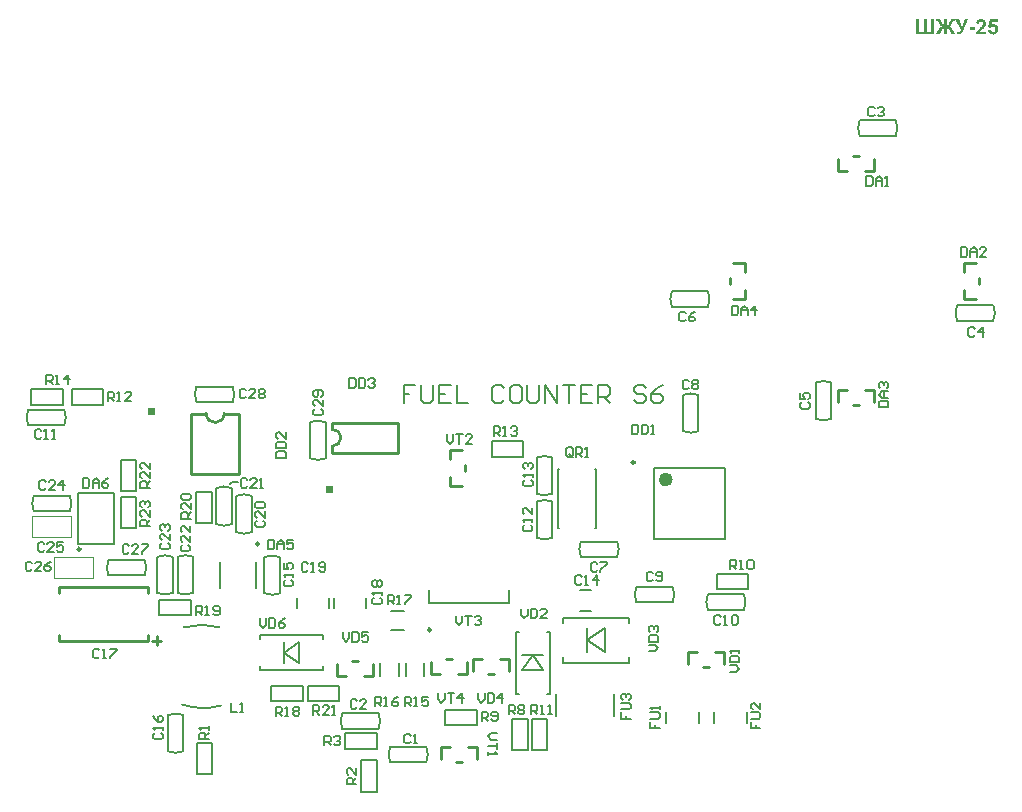
<source format=gto>
G04 Layer_Color=65535*
%FSLAX24Y24*%
%MOIN*%
G70*
G01*
G75*
%ADD10C,0.0079*%
%ADD41C,0.0098*%
%ADD58C,0.0070*%
%ADD59C,0.0071*%
%ADD60C,0.0236*%
%ADD61C,0.0100*%
%ADD62C,0.0050*%
%ADD63C,0.0067*%
%ADD64C,0.0039*%
G36*
X44214Y36142D02*
X43612D01*
Y36646D01*
X43714D01*
Y36227D01*
X43859D01*
Y36646D01*
X43961D01*
Y36227D01*
X44112D01*
Y36646D01*
X44213D01*
X44214Y36142D01*
D02*
G37*
G36*
X45573Y36277D02*
X45383D01*
Y36374D01*
X45573D01*
Y36277D01*
D02*
G37*
G36*
X45787Y36648D02*
X45793Y36648D01*
X45801Y36647D01*
X45809Y36645D01*
X45817Y36644D01*
X45836Y36639D01*
X45855Y36632D01*
X45866Y36627D01*
X45874Y36622D01*
X45884Y36616D01*
X45892Y36608D01*
X45893Y36608D01*
X45894Y36607D01*
X45895Y36604D01*
X45898Y36601D01*
X45902Y36597D01*
X45906Y36592D01*
X45909Y36587D01*
X45914Y36581D01*
X45921Y36566D01*
X45928Y36549D01*
X45931Y36540D01*
X45933Y36530D01*
X45934Y36519D01*
X45935Y36508D01*
Y36506D01*
Y36502D01*
X45934Y36495D01*
X45933Y36487D01*
X45932Y36477D01*
X45930Y36466D01*
X45927Y36454D01*
X45922Y36443D01*
X45922Y36441D01*
X45920Y36438D01*
X45917Y36431D01*
X45913Y36423D01*
X45908Y36414D01*
X45901Y36403D01*
X45893Y36391D01*
X45884Y36379D01*
X45883Y36378D01*
X45880Y36374D01*
X45876Y36369D01*
X45869Y36362D01*
X45860Y36353D01*
X45850Y36341D01*
X45836Y36329D01*
X45820Y36314D01*
X45820Y36313D01*
X45818Y36312D01*
X45816Y36310D01*
X45813Y36307D01*
X45805Y36300D01*
X45796Y36291D01*
X45786Y36282D01*
X45777Y36272D01*
X45768Y36264D01*
X45765Y36261D01*
X45762Y36258D01*
X45761Y36257D01*
X45760Y36255D01*
X45758Y36253D01*
X45755Y36249D01*
X45748Y36241D01*
X45742Y36231D01*
X45935D01*
Y36142D01*
X45596D01*
Y36142D01*
Y36144D01*
X45597Y36147D01*
X45597Y36150D01*
X45598Y36155D01*
X45599Y36160D01*
X45602Y36173D01*
X45606Y36188D01*
X45612Y36204D01*
X45619Y36221D01*
X45629Y36238D01*
Y36239D01*
X45630Y36240D01*
X45632Y36243D01*
X45634Y36246D01*
X45637Y36251D01*
X45642Y36256D01*
X45647Y36263D01*
X45653Y36270D01*
X45659Y36279D01*
X45667Y36288D01*
X45676Y36298D01*
X45686Y36309D01*
X45697Y36320D01*
X45710Y36332D01*
X45723Y36345D01*
X45737Y36359D01*
X45738Y36360D01*
X45740Y36362D01*
X45743Y36365D01*
X45747Y36369D01*
X45753Y36374D01*
X45759Y36379D01*
X45772Y36393D01*
X45785Y36406D01*
X45798Y36420D01*
X45804Y36426D01*
X45810Y36433D01*
X45815Y36438D01*
X45817Y36442D01*
X45818Y36444D01*
X45820Y36447D01*
X45824Y36453D01*
X45828Y36461D01*
X45831Y36470D01*
X45835Y36480D01*
X45837Y36490D01*
X45838Y36501D01*
Y36502D01*
Y36503D01*
Y36506D01*
X45837Y36513D01*
X45836Y36520D01*
X45833Y36528D01*
X45831Y36536D01*
X45826Y36544D01*
X45820Y36551D01*
X45820Y36552D01*
X45817Y36554D01*
X45813Y36557D01*
X45808Y36560D01*
X45801Y36563D01*
X45793Y36566D01*
X45783Y36568D01*
X45772Y36569D01*
X45767D01*
X45761Y36568D01*
X45755Y36567D01*
X45747Y36565D01*
X45739Y36561D01*
X45731Y36557D01*
X45723Y36551D01*
X45723Y36550D01*
X45720Y36547D01*
X45718Y36543D01*
X45715Y36536D01*
X45711Y36528D01*
X45708Y36517D01*
X45705Y36505D01*
X45704Y36490D01*
X45607Y36500D01*
Y36500D01*
X45608Y36503D01*
Y36507D01*
X45610Y36513D01*
X45610Y36519D01*
X45613Y36527D01*
X45615Y36535D01*
X45617Y36544D01*
X45624Y36562D01*
X45633Y36581D01*
X45639Y36591D01*
X45645Y36600D01*
X45653Y36607D01*
X45661Y36614D01*
X45661Y36615D01*
X45663Y36616D01*
X45665Y36617D01*
X45669Y36620D01*
X45673Y36622D01*
X45679Y36625D01*
X45685Y36629D01*
X45692Y36632D01*
X45700Y36635D01*
X45709Y36638D01*
X45728Y36644D01*
X45750Y36648D01*
X45762Y36648D01*
X45774Y36649D01*
X45782D01*
X45787Y36648D01*
D02*
G37*
G36*
X46319Y36549D02*
X46136D01*
X46121Y36463D01*
X46121D01*
X46122Y36464D01*
X46127Y36466D01*
X46133Y36468D01*
X46141Y36472D01*
X46151Y36475D01*
X46162Y36477D01*
X46175Y36479D01*
X46187Y36480D01*
X46194D01*
X46198Y36479D01*
X46203Y36479D01*
X46210Y36478D01*
X46217Y36476D01*
X46225Y36474D01*
X46242Y36468D01*
X46251Y36465D01*
X46260Y36460D01*
X46269Y36454D01*
X46279Y36448D01*
X46288Y36441D01*
X46296Y36433D01*
X46297Y36432D01*
X46299Y36430D01*
X46301Y36428D01*
X46304Y36424D01*
X46307Y36419D01*
X46311Y36414D01*
X46315Y36407D01*
X46319Y36400D01*
X46323Y36392D01*
X46327Y36382D01*
X46331Y36372D01*
X46334Y36362D01*
X46337Y36350D01*
X46339Y36338D01*
X46341Y36325D01*
X46342Y36311D01*
Y36310D01*
Y36308D01*
Y36305D01*
X46341Y36301D01*
Y36295D01*
X46339Y36288D01*
X46339Y36281D01*
X46337Y36274D01*
X46333Y36256D01*
X46326Y36237D01*
X46322Y36227D01*
X46318Y36218D01*
X46312Y36208D01*
X46305Y36199D01*
X46304Y36198D01*
X46303Y36196D01*
X46300Y36193D01*
X46296Y36188D01*
X46291Y36183D01*
X46285Y36177D01*
X46277Y36172D01*
X46269Y36166D01*
X46260Y36159D01*
X46250Y36153D01*
X46239Y36148D01*
X46226Y36142D01*
X46213Y36138D01*
X46199Y36135D01*
X46184Y36133D01*
X46168Y36132D01*
X46162D01*
X46156Y36133D01*
X46151Y36134D01*
X46143Y36134D01*
X46136Y36135D01*
X46127Y36137D01*
X46110Y36141D01*
X46090Y36148D01*
X46081Y36152D01*
X46071Y36157D01*
X46062Y36163D01*
X46054Y36169D01*
X46053Y36170D01*
X46051Y36171D01*
X46049Y36173D01*
X46046Y36176D01*
X46043Y36180D01*
X46039Y36185D01*
X46035Y36190D01*
X46031Y36196D01*
X46026Y36203D01*
X46022Y36210D01*
X46014Y36228D01*
X46006Y36247D01*
X46004Y36258D01*
X46002Y36270D01*
X46098Y36280D01*
Y36279D01*
X46099Y36275D01*
X46100Y36269D01*
X46102Y36261D01*
X46105Y36253D01*
X46110Y36245D01*
X46116Y36237D01*
X46122Y36228D01*
X46123Y36228D01*
X46126Y36226D01*
X46130Y36223D01*
X46136Y36219D01*
X46143Y36215D01*
X46151Y36212D01*
X46160Y36210D01*
X46170Y36210D01*
X46171D01*
X46175Y36210D01*
X46180Y36211D01*
X46188Y36212D01*
X46196Y36215D01*
X46205Y36220D01*
X46213Y36226D01*
X46221Y36234D01*
X46222Y36236D01*
X46225Y36239D01*
X46228Y36245D01*
X46232Y36253D01*
X46236Y36263D01*
X46240Y36276D01*
X46242Y36291D01*
X46242Y36309D01*
Y36309D01*
Y36311D01*
Y36313D01*
Y36317D01*
X46242Y36325D01*
X46240Y36335D01*
X46237Y36347D01*
X46234Y36358D01*
X46229Y36369D01*
X46221Y36379D01*
X46221Y36379D01*
X46218Y36382D01*
X46213Y36386D01*
X46207Y36391D01*
X46199Y36395D01*
X46189Y36399D01*
X46178Y36402D01*
X46167Y36403D01*
X46162D01*
X46159Y36402D01*
X46152Y36401D01*
X46142Y36398D01*
X46130Y36394D01*
X46118Y36387D01*
X46111Y36383D01*
X46105Y36378D01*
X46098Y36372D01*
X46092Y36366D01*
X46014Y36376D01*
X46063Y36640D01*
X46319D01*
Y36549D01*
D02*
G37*
G36*
X24179Y20844D02*
X23929D01*
Y21094D01*
X24179D01*
Y20844D01*
D02*
G37*
G36*
X18240Y23449D02*
X17990D01*
Y23699D01*
X18240D01*
Y23449D01*
D02*
G37*
G36*
X45173Y36262D02*
Y36261D01*
X45172Y36259D01*
X45170Y36256D01*
X45168Y36252D01*
X45166Y36247D01*
X45163Y36241D01*
X45156Y36227D01*
X45147Y36212D01*
X45137Y36196D01*
X45126Y36181D01*
X45115Y36167D01*
X45114Y36166D01*
X45110Y36162D01*
X45104Y36157D01*
X45096Y36151D01*
X45085Y36145D01*
X45072Y36140D01*
X45058Y36137D01*
X45050Y36136D01*
X45041Y36135D01*
X45034D01*
X45026Y36136D01*
X45016D01*
X45004Y36137D01*
X44992Y36138D01*
X44981Y36140D01*
X44971Y36142D01*
Y36216D01*
X44984D01*
X44990Y36215D01*
X45016D01*
X45022Y36216D01*
X45029Y36217D01*
X45037Y36218D01*
X45046Y36220D01*
X45053Y36223D01*
X45060Y36228D01*
X45061Y36228D01*
X45063Y36231D01*
X45066Y36234D01*
X45069Y36239D01*
X45074Y36247D01*
X45079Y36257D01*
X45085Y36269D01*
X45090Y36284D01*
X44905Y36646D01*
X45018D01*
X45137Y36384D01*
X45237Y36646D01*
X45344D01*
X45173Y36262D01*
D02*
G37*
G36*
X44892Y36575D02*
X44871D01*
X44866Y36574D01*
X44860D01*
X44844Y36571D01*
X44837Y36570D01*
X44831Y36567D01*
X44830D01*
X44829Y36565D01*
X44826Y36564D01*
X44822Y36561D01*
X44819Y36558D01*
X44815Y36554D01*
X44811Y36549D01*
X44807Y36543D01*
X44806Y36543D01*
X44806Y36541D01*
X44803Y36535D01*
X44800Y36530D01*
X44797Y36520D01*
X44792Y36509D01*
X44790Y36503D01*
X44787Y36495D01*
X44784Y36487D01*
X44781Y36478D01*
X44780Y36476D01*
X44779Y36473D01*
X44777Y36468D01*
X44775Y36462D01*
X44772Y36456D01*
X44769Y36449D01*
X44765Y36441D01*
X44761Y36434D01*
X44760Y36433D01*
X44759Y36431D01*
X44756Y36428D01*
X44752Y36423D01*
X44747Y36418D01*
X44740Y36413D01*
X44732Y36407D01*
X44722Y36401D01*
X44723D01*
X44724Y36401D01*
X44728Y36399D01*
X44734Y36396D01*
X44742Y36393D01*
X44751Y36387D01*
X44760Y36380D01*
X44770Y36372D01*
X44779Y36362D01*
X44779Y36360D01*
X44782Y36357D01*
X44787Y36350D01*
X44793Y36341D01*
X44800Y36329D01*
X44808Y36314D01*
X44818Y36298D01*
X44827Y36280D01*
X44897Y36142D01*
X44776D01*
X44716Y36271D01*
Y36272D01*
X44714Y36274D01*
X44713Y36277D01*
X44710Y36282D01*
X44709Y36284D01*
X44709Y36285D01*
X44707Y36288D01*
X44706Y36290D01*
X44704Y36294D01*
X44701Y36299D01*
X44698Y36306D01*
Y36306D01*
X44697Y36307D01*
X44695Y36312D01*
X44691Y36318D01*
X44686Y36325D01*
X44681Y36333D01*
X44676Y36341D01*
X44671Y36347D01*
X44666Y36352D01*
X44665Y36353D01*
X44663Y36354D01*
X44661Y36355D01*
X44658Y36358D01*
X44653Y36360D01*
X44648Y36361D01*
X44642Y36362D01*
X44636Y36363D01*
Y36142D01*
X44537D01*
Y36363D01*
X44534D01*
X44530Y36362D01*
X44526Y36361D01*
X44515Y36358D01*
X44510Y36356D01*
X44505Y36352D01*
X44504Y36352D01*
X44503Y36350D01*
X44500Y36347D01*
X44496Y36343D01*
X44492Y36337D01*
X44487Y36329D01*
X44480Y36319D01*
X44474Y36306D01*
X44473Y36306D01*
X44472Y36303D01*
X44470Y36300D01*
X44469Y36296D01*
X44467Y36291D01*
X44464Y36288D01*
X44463Y36285D01*
X44461Y36282D01*
X44461Y36282D01*
X44460Y36280D01*
X44458Y36276D01*
X44456Y36271D01*
X44395Y36142D01*
X44276D01*
X44344Y36280D01*
Y36280D01*
X44346Y36282D01*
X44346Y36285D01*
X44349Y36288D01*
X44351Y36293D01*
X44354Y36297D01*
X44359Y36309D01*
X44367Y36322D01*
X44375Y36335D01*
X44383Y36348D01*
X44392Y36360D01*
X44393Y36362D01*
X44397Y36366D01*
X44401Y36371D01*
X44408Y36377D01*
X44416Y36384D01*
X44426Y36390D01*
X44437Y36397D01*
X44449Y36401D01*
X44448Y36402D01*
X44445Y36404D01*
X44440Y36407D01*
X44435Y36411D01*
X44428Y36416D01*
X44421Y36422D01*
X44416Y36428D01*
X44411Y36434D01*
X44410Y36435D01*
X44409Y36437D01*
X44408Y36441D01*
X44405Y36446D01*
X44402Y36452D01*
X44398Y36460D01*
X44394Y36468D01*
X44391Y36478D01*
Y36479D01*
X44390Y36480D01*
X44389Y36482D01*
X44388Y36486D01*
X44385Y36494D01*
X44381Y36504D01*
X44377Y36515D01*
X44373Y36526D01*
X44368Y36535D01*
X44366Y36539D01*
X44365Y36543D01*
X44364Y36543D01*
X44363Y36546D01*
X44361Y36549D01*
X44359Y36551D01*
X44351Y36559D01*
X44346Y36563D01*
X44341Y36567D01*
X44340Y36567D01*
X44338Y36568D01*
X44335Y36570D01*
X44330Y36571D01*
X44323Y36573D01*
X44315Y36573D01*
X44305Y36575D01*
X44281D01*
Y36650D01*
X44287D01*
X44292Y36649D01*
X44307D01*
X44314Y36648D01*
X44320Y36648D01*
X44336Y36646D01*
X44354Y36644D01*
X44370Y36640D01*
X44386Y36635D01*
X44394Y36631D01*
X44400Y36627D01*
X44401D01*
X44402Y36627D01*
X44405Y36623D01*
X44408Y36620D01*
X44412Y36616D01*
X44416Y36612D01*
X44420Y36607D01*
X44424Y36600D01*
X44429Y36593D01*
X44434Y36585D01*
X44440Y36576D01*
X44445Y36565D01*
X44451Y36554D01*
X44456Y36541D01*
X44461Y36527D01*
Y36527D01*
X44462Y36524D01*
X44464Y36522D01*
X44465Y36518D01*
X44467Y36513D01*
X44470Y36507D01*
X44475Y36495D01*
X44480Y36481D01*
X44487Y36468D01*
X44490Y36462D01*
X44493Y36457D01*
X44496Y36453D01*
X44498Y36449D01*
X44499Y36449D01*
X44500Y36446D01*
X44504Y36444D01*
X44507Y36441D01*
X44513Y36438D01*
X44520Y36435D01*
X44528Y36433D01*
X44537Y36431D01*
Y36646D01*
X44636D01*
Y36431D01*
X44637D01*
X44640Y36432D01*
X44644Y36433D01*
X44650Y36434D01*
X44656Y36436D01*
X44662Y36439D01*
X44669Y36444D01*
X44674Y36449D01*
X44674Y36450D01*
X44676Y36453D01*
X44679Y36458D01*
X44683Y36465D01*
X44685Y36471D01*
X44688Y36476D01*
X44691Y36482D01*
X44695Y36489D01*
X44698Y36497D01*
X44702Y36507D01*
X44706Y36516D01*
X44710Y36527D01*
X44711Y36528D01*
X44712Y36531D01*
X44713Y36535D01*
X44715Y36540D01*
X44718Y36546D01*
X44722Y36554D01*
X44729Y36570D01*
X44739Y36586D01*
X44749Y36603D01*
X44755Y36610D01*
X44760Y36617D01*
X44766Y36624D01*
X44772Y36628D01*
X44773D01*
X44774Y36629D01*
X44776Y36630D01*
X44778Y36632D01*
X44782Y36633D01*
X44786Y36635D01*
X44791Y36637D01*
X44797Y36639D01*
X44803Y36640D01*
X44811Y36643D01*
X44820Y36644D01*
X44830Y36646D01*
X44840Y36647D01*
X44851Y36648D01*
X44863Y36649D01*
X44884D01*
X44888Y36650D01*
X44892D01*
Y36575D01*
D02*
G37*
D10*
X31673Y19695D02*
X31713D01*
X31673D02*
Y21663D01*
X31713D01*
X32894Y19695D02*
X32933D01*
Y21663D01*
X32894D02*
X32933D01*
X31289Y14144D02*
X31398D01*
X30256D02*
X30364D01*
X31289Y16230D02*
X31398D01*
X30256D02*
X30364D01*
X31398Y14144D02*
Y16230D01*
X30256Y14144D02*
Y16230D01*
X31614Y13425D02*
Y14134D01*
X33543Y13425D02*
Y14134D01*
X27382Y17185D02*
X30020D01*
X27382D02*
Y17618D01*
X30020Y17185D02*
Y17618D01*
X27215Y14734D02*
Y15167D01*
X26585Y14734D02*
Y15167D01*
X31821Y16693D02*
X34026D01*
X31821Y15197D02*
X34026D01*
Y16506D02*
Y16693D01*
Y15197D02*
Y15384D01*
X31821Y16506D02*
Y16693D01*
Y15197D02*
Y15384D01*
X26358Y14734D02*
Y15167D01*
X25728Y14734D02*
Y15167D01*
X26093Y16919D02*
X26526D01*
X26093Y16289D02*
X26526D01*
X21594Y17677D02*
Y18543D01*
X20413Y17677D02*
Y18543D01*
X23819Y15994D02*
Y16102D01*
Y14961D02*
Y15069D01*
X21732Y15994D02*
Y16102D01*
Y14961D02*
Y15069D01*
Y16102D02*
X23819D01*
X21732Y14961D02*
X23819D01*
X34862Y19331D02*
Y21693D01*
X37224Y19331D02*
Y21693D01*
X34862Y19331D02*
X37224D01*
X34862Y21693D02*
X37224D01*
X36358Y13199D02*
Y13553D01*
X35256Y13199D02*
Y13553D01*
X37953Y13199D02*
Y13553D01*
X36850Y13199D02*
Y13553D01*
X20797Y21211D02*
X21004D01*
X20738Y21152D02*
X20797Y21211D01*
X30020Y13474D02*
Y13789D01*
X30177D01*
X30230Y13737D01*
Y13632D01*
X30177Y13579D01*
X30020D01*
X30125D02*
X30230Y13474D01*
X30335Y13737D02*
X30387Y13789D01*
X30492D01*
X30544Y13737D01*
Y13684D01*
X30492Y13632D01*
X30544Y13579D01*
Y13527D01*
X30492Y13474D01*
X30387D01*
X30335Y13527D01*
Y13579D01*
X30387Y13632D01*
X30335Y13684D01*
Y13737D01*
X30387Y13632D02*
X30492D01*
X30768Y13474D02*
Y13789D01*
X30925D01*
X30978Y13737D01*
Y13632D01*
X30925Y13579D01*
X30768D01*
X30873D02*
X30978Y13474D01*
X31083D02*
X31188D01*
X31135D01*
Y13789D01*
X31083Y13737D01*
X31345Y13474D02*
X31450D01*
X31397D01*
Y13789D01*
X31345Y13737D01*
X32149Y22110D02*
Y22319D01*
X32096Y22372D01*
X31991D01*
X31939Y22319D01*
Y22110D01*
X31991Y22057D01*
X32096D01*
X32044Y22162D02*
X32149Y22057D01*
X32096D02*
X32149Y22110D01*
X32254Y22057D02*
Y22372D01*
X32411D01*
X32464Y22319D01*
Y22215D01*
X32411Y22162D01*
X32254D01*
X32359D02*
X32464Y22057D01*
X32569D02*
X32674D01*
X32621D01*
Y22372D01*
X32569Y22319D01*
X30555Y21283D02*
X30502Y21230D01*
Y21125D01*
X30555Y21073D01*
X30764D01*
X30817Y21125D01*
Y21230D01*
X30764Y21283D01*
X30817Y21388D02*
Y21493D01*
Y21440D01*
X30502D01*
X30555Y21388D01*
Y21650D02*
X30502Y21703D01*
Y21808D01*
X30555Y21860D01*
X30607D01*
X30659Y21808D01*
Y21755D01*
Y21808D01*
X30712Y21860D01*
X30764D01*
X30817Y21808D01*
Y21703D01*
X30764Y21650D01*
X30544Y19777D02*
X30491Y19724D01*
Y19619D01*
X30544Y19567D01*
X30754D01*
X30806Y19619D01*
Y19724D01*
X30754Y19777D01*
X30806Y19882D02*
Y19987D01*
Y19934D01*
X30491D01*
X30544Y19882D01*
X30806Y20354D02*
Y20144D01*
X30596Y20354D01*
X30544D01*
X30491Y20302D01*
Y20197D01*
X30544Y20144D01*
X27677Y14178D02*
Y13968D01*
X27782Y13863D01*
X27887Y13968D01*
Y14178D01*
X27992D02*
X28202D01*
X28097D01*
Y13863D01*
X28464D02*
Y14178D01*
X28307Y14020D01*
X28517D01*
X28258Y16762D02*
Y16552D01*
X28363Y16447D01*
X28468Y16552D01*
Y16762D01*
X28573D02*
X28783D01*
X28678D01*
Y16447D01*
X28888Y16709D02*
X28940Y16762D01*
X29045D01*
X29097Y16709D01*
Y16657D01*
X29045Y16604D01*
X28993D01*
X29045D01*
X29097Y16552D01*
Y16499D01*
X29045Y16447D01*
X28940D01*
X28888Y16499D01*
X27963Y22805D02*
Y22595D01*
X28068Y22490D01*
X28173Y22595D01*
Y22805D01*
X28277D02*
X28487D01*
X28382D01*
Y22490D01*
X28802D02*
X28592D01*
X28802Y22700D01*
Y22753D01*
X28750Y22805D01*
X28645D01*
X28592Y22753D01*
X29632Y12838D02*
X29422D01*
X29317Y12733D01*
X29422Y12628D01*
X29632D01*
Y12523D02*
Y12313D01*
Y12418D01*
X29317D01*
Y12208D02*
Y12103D01*
Y12156D01*
X29632D01*
X29580Y12208D01*
X21722Y16673D02*
Y16463D01*
X21827Y16358D01*
X21932Y16463D01*
Y16673D01*
X22037D02*
Y16358D01*
X22195D01*
X22247Y16411D01*
Y16621D01*
X22195Y16673D01*
X22037D01*
X22562D02*
X22457Y16621D01*
X22352Y16516D01*
Y16411D01*
X22405Y16358D01*
X22510D01*
X22562Y16411D01*
Y16463D01*
X22510Y16516D01*
X22352D01*
X24498Y16211D02*
Y16001D01*
X24603Y15896D01*
X24708Y16001D01*
Y16211D01*
X24813D02*
Y15896D01*
X24970D01*
X25023Y15948D01*
Y16158D01*
X24970Y16211D01*
X24813D01*
X25338D02*
X25128D01*
Y16053D01*
X25233Y16106D01*
X25285D01*
X25338Y16053D01*
Y15948D01*
X25285Y15896D01*
X25180D01*
X25128Y15948D01*
X29006Y14178D02*
Y13968D01*
X29111Y13863D01*
X29216Y13968D01*
Y14178D01*
X29321D02*
Y13863D01*
X29478D01*
X29531Y13915D01*
Y14125D01*
X29478Y14178D01*
X29321D01*
X29793Y13863D02*
Y14178D01*
X29636Y14020D01*
X29846D01*
X34695Y15581D02*
X34905D01*
X35010Y15686D01*
X34905Y15791D01*
X34695D01*
Y15896D02*
X35010D01*
Y16053D01*
X34957Y16105D01*
X34747D01*
X34695Y16053D01*
Y15896D01*
X34747Y16210D02*
X34695Y16263D01*
Y16368D01*
X34747Y16420D01*
X34800D01*
X34852Y16368D01*
Y16315D01*
Y16368D01*
X34905Y16420D01*
X34957D01*
X35010Y16368D01*
Y16263D01*
X34957Y16210D01*
X30443Y16998D02*
Y16788D01*
X30548Y16683D01*
X30653Y16788D01*
Y16998D01*
X30758D02*
Y16683D01*
X30915D01*
X30968Y16736D01*
Y16945D01*
X30915Y16998D01*
X30758D01*
X31283Y16683D02*
X31073D01*
X31283Y16893D01*
Y16945D01*
X31230Y16998D01*
X31125D01*
X31073Y16945D01*
X37392Y14892D02*
X37602D01*
X37707Y14997D01*
X37602Y15102D01*
X37392D01*
Y15207D02*
X37707D01*
Y15364D01*
X37654Y15417D01*
X37444D01*
X37392Y15364D01*
Y15207D01*
X37707Y15521D02*
Y15626D01*
Y15574D01*
X37392D01*
X37444Y15521D01*
X18061Y19744D02*
X17746D01*
Y19902D01*
X17799Y19954D01*
X17904D01*
X17956Y19902D01*
Y19744D01*
Y19849D02*
X18061Y19954D01*
Y20269D02*
Y20059D01*
X17851Y20269D01*
X17799D01*
X17746Y20216D01*
Y20111D01*
X17799Y20059D01*
Y20374D02*
X17746Y20426D01*
Y20531D01*
X17799Y20584D01*
X17851D01*
X17904Y20531D01*
Y20479D01*
Y20531D01*
X17956Y20584D01*
X18009D01*
X18061Y20531D01*
Y20426D01*
X18009Y20374D01*
X18061Y21024D02*
X17746D01*
Y21181D01*
X17799Y21234D01*
X17904D01*
X17956Y21181D01*
Y21024D01*
Y21129D02*
X18061Y21234D01*
Y21548D02*
Y21338D01*
X17851Y21548D01*
X17799D01*
X17746Y21496D01*
Y21391D01*
X17799Y21338D01*
X18061Y21863D02*
Y21653D01*
X17851Y21863D01*
X17799D01*
X17746Y21811D01*
Y21706D01*
X17799Y21653D01*
X23504Y13465D02*
Y13779D01*
X23661D01*
X23714Y13727D01*
Y13622D01*
X23661Y13570D01*
X23504D01*
X23609D02*
X23714Y13465D01*
X24029D02*
X23819D01*
X24029Y13674D01*
Y13727D01*
X23976Y13779D01*
X23871D01*
X23819Y13727D01*
X24134Y13465D02*
X24239D01*
X24186D01*
Y13779D01*
X24134Y13727D01*
X19429Y19990D02*
X19114D01*
Y20148D01*
X19167Y20200D01*
X19272D01*
X19324Y20148D01*
Y19990D01*
Y20095D02*
X19429Y20200D01*
Y20515D02*
Y20305D01*
X19219Y20515D01*
X19167D01*
X19114Y20462D01*
Y20357D01*
X19167Y20305D01*
Y20620D02*
X19114Y20672D01*
Y20777D01*
X19167Y20830D01*
X19377D01*
X19429Y20777D01*
Y20672D01*
X19377Y20620D01*
X19167D01*
X19596Y16772D02*
Y17087D01*
X19754D01*
X19806Y17034D01*
Y16929D01*
X19754Y16877D01*
X19596D01*
X19701D02*
X19806Y16772D01*
X19911D02*
X20016D01*
X19964D01*
Y17087D01*
X19911Y17034D01*
X20174Y16824D02*
X20226Y16772D01*
X20331D01*
X20384Y16824D01*
Y17034D01*
X20331Y17087D01*
X20226D01*
X20174Y17034D01*
Y16982D01*
X20226Y16929D01*
X20384D01*
X22254Y13415D02*
Y13730D01*
X22411D01*
X22464Y13678D01*
Y13573D01*
X22411Y13520D01*
X22254D01*
X22359D02*
X22464Y13415D01*
X22569D02*
X22674D01*
X22621D01*
Y13730D01*
X22569Y13678D01*
X22831D02*
X22884Y13730D01*
X22989D01*
X23041Y13678D01*
Y13625D01*
X22989Y13573D01*
X23041Y13520D01*
Y13468D01*
X22989Y13415D01*
X22884D01*
X22831Y13468D01*
Y13520D01*
X22884Y13573D01*
X22831Y13625D01*
Y13678D01*
X22884Y13573D02*
X22989D01*
X25994Y17136D02*
Y17451D01*
X26152D01*
X26204Y17398D01*
Y17293D01*
X26152Y17241D01*
X25994D01*
X26099D02*
X26204Y17136D01*
X26309D02*
X26414D01*
X26361D01*
Y17451D01*
X26309Y17398D01*
X26571Y17451D02*
X26781D01*
Y17398D01*
X26571Y17188D01*
Y17136D01*
X25561Y13740D02*
Y14055D01*
X25718D01*
X25771Y14003D01*
Y13898D01*
X25718Y13845D01*
X25561D01*
X25666D02*
X25771Y13740D01*
X25876D02*
X25981D01*
X25928D01*
Y14055D01*
X25876Y14003D01*
X26348Y14055D02*
X26243Y14003D01*
X26138Y13898D01*
Y13793D01*
X26191Y13740D01*
X26296D01*
X26348Y13793D01*
Y13845D01*
X26296Y13898D01*
X26138D01*
X26555Y13740D02*
Y14055D01*
X26713D01*
X26765Y14003D01*
Y13898D01*
X26713Y13845D01*
X26555D01*
X26660D02*
X26765Y13740D01*
X26870D02*
X26975D01*
X26922D01*
Y14055D01*
X26870Y14003D01*
X27342Y14055D02*
X27132D01*
Y13898D01*
X27237Y13950D01*
X27290D01*
X27342Y13898D01*
Y13793D01*
X27290Y13740D01*
X27185D01*
X27132Y13793D01*
X14606Y24478D02*
Y24793D01*
X14764D01*
X14816Y24741D01*
Y24636D01*
X14764Y24583D01*
X14606D01*
X14711D02*
X14816Y24478D01*
X14921D02*
X15026D01*
X14974D01*
Y24793D01*
X14921Y24741D01*
X15341Y24478D02*
Y24793D01*
X15184Y24636D01*
X15393D01*
X29518Y22756D02*
Y23071D01*
X29675D01*
X29728Y23018D01*
Y22913D01*
X29675Y22861D01*
X29518D01*
X29623D02*
X29728Y22756D01*
X29833D02*
X29938D01*
X29885D01*
Y23071D01*
X29833Y23018D01*
X30095D02*
X30147Y23071D01*
X30252D01*
X30305Y23018D01*
Y22966D01*
X30252Y22913D01*
X30200D01*
X30252D01*
X30305Y22861D01*
Y22808D01*
X30252Y22756D01*
X30147D01*
X30095Y22808D01*
X16654Y23907D02*
Y24222D01*
X16811D01*
X16863Y24170D01*
Y24065D01*
X16811Y24012D01*
X16654D01*
X16759D02*
X16863Y23907D01*
X16968D02*
X17073D01*
X17021D01*
Y24222D01*
X16968Y24170D01*
X17441Y23907D02*
X17231D01*
X17441Y24117D01*
Y24170D01*
X17388Y24222D01*
X17283D01*
X17231Y24170D01*
X37402Y18307D02*
Y18622D01*
X37559D01*
X37611Y18569D01*
Y18465D01*
X37559Y18412D01*
X37402D01*
X37507D02*
X37611Y18307D01*
X37716D02*
X37821D01*
X37769D01*
Y18622D01*
X37716Y18569D01*
X37979D02*
X38031Y18622D01*
X38136D01*
X38189Y18569D01*
Y18360D01*
X38136Y18307D01*
X38031D01*
X37979Y18360D01*
Y18569D01*
X29124Y13248D02*
Y13563D01*
X29281D01*
X29334Y13510D01*
Y13405D01*
X29281Y13353D01*
X29124D01*
X29229D02*
X29334Y13248D01*
X29439Y13301D02*
X29491Y13248D01*
X29596D01*
X29649Y13301D01*
Y13510D01*
X29596Y13563D01*
X29491D01*
X29439Y13510D01*
Y13458D01*
X29491Y13405D01*
X29649D01*
X23878Y12441D02*
Y12756D01*
X24035D01*
X24088Y12703D01*
Y12598D01*
X24035Y12546D01*
X23878D01*
X23983D02*
X24088Y12441D01*
X24193Y12703D02*
X24245Y12756D01*
X24350D01*
X24403Y12703D01*
Y12651D01*
X24350Y12598D01*
X24298D01*
X24350D01*
X24403Y12546D01*
Y12493D01*
X24350Y12441D01*
X24245D01*
X24193Y12493D01*
X24941Y11142D02*
X24626D01*
Y11299D01*
X24679Y11352D01*
X24784D01*
X24836Y11299D01*
Y11142D01*
Y11247D02*
X24941Y11352D01*
Y11667D02*
Y11457D01*
X24731Y11667D01*
X24679D01*
X24626Y11614D01*
Y11509D01*
X24679Y11457D01*
X20020Y12648D02*
X19705D01*
Y12805D01*
X19757Y12858D01*
X19862D01*
X19915Y12805D01*
Y12648D01*
Y12753D02*
X20020Y12858D01*
Y12962D02*
Y13067D01*
Y13015D01*
X19705D01*
X19757Y12962D01*
X20758Y13858D02*
Y13543D01*
X20968D01*
X21073D02*
X21178D01*
X21125D01*
Y13858D01*
X21073Y13806D01*
X33780Y13537D02*
Y13327D01*
X33937D01*
Y13432D01*
Y13327D01*
X34094D01*
X33780Y13642D02*
X34042D01*
X34094Y13694D01*
Y13799D01*
X34042Y13852D01*
X33780D01*
X33832Y13956D02*
X33780Y14009D01*
Y14114D01*
X33832Y14166D01*
X33885D01*
X33937Y14114D01*
Y14061D01*
Y14114D01*
X33990Y14166D01*
X34042D01*
X34094Y14114D01*
Y14009D01*
X34042Y13956D01*
X38100Y13222D02*
Y13012D01*
X38258D01*
Y13117D01*
Y13012D01*
X38415D01*
X38100Y13327D02*
X38363D01*
X38415Y13379D01*
Y13484D01*
X38363Y13537D01*
X38100D01*
X38415Y13851D02*
Y13642D01*
X38205Y13851D01*
X38153D01*
X38100Y13799D01*
Y13694D01*
X38153Y13642D01*
X34744Y13222D02*
Y13012D01*
X34902D01*
Y13117D01*
Y13012D01*
X35059D01*
X34744Y13327D02*
X35007D01*
X35059Y13379D01*
Y13484D01*
X35007Y13537D01*
X34744D01*
X35059Y13642D02*
Y13746D01*
Y13694D01*
X34744D01*
X34797Y13642D01*
X24715Y24675D02*
Y24360D01*
X24872D01*
X24924Y24413D01*
Y24623D01*
X24872Y24675D01*
X24715D01*
X25029D02*
Y24360D01*
X25187D01*
X25239Y24413D01*
Y24623D01*
X25187Y24675D01*
X25029D01*
X25344Y24623D02*
X25397Y24675D01*
X25502D01*
X25554Y24623D01*
Y24570D01*
X25502Y24518D01*
X25449D01*
X25502D01*
X25554Y24465D01*
Y24413D01*
X25502Y24360D01*
X25397D01*
X25344Y24413D01*
X22274Y22028D02*
X22589D01*
Y22185D01*
X22536Y22237D01*
X22326D01*
X22274Y22185D01*
Y22028D01*
Y22342D02*
X22589D01*
Y22500D01*
X22536Y22552D01*
X22326D01*
X22274Y22500D01*
Y22342D01*
X22589Y22867D02*
Y22657D01*
X22379Y22867D01*
X22326D01*
X22274Y22815D01*
Y22710D01*
X22326Y22657D01*
X34138Y23132D02*
Y22817D01*
X34296D01*
X34348Y22869D01*
Y23079D01*
X34296Y23132D01*
X34138D01*
X34453D02*
Y22817D01*
X34611D01*
X34663Y22869D01*
Y23079D01*
X34611Y23132D01*
X34453D01*
X34768Y22817D02*
X34873D01*
X34820D01*
Y23132D01*
X34768Y23079D01*
X15837Y21338D02*
Y21024D01*
X15994D01*
X16047Y21076D01*
Y21286D01*
X15994Y21338D01*
X15837D01*
X16151Y21024D02*
Y21234D01*
X16256Y21338D01*
X16361Y21234D01*
Y21024D01*
Y21181D01*
X16151D01*
X16676Y21338D02*
X16571Y21286D01*
X16466Y21181D01*
Y21076D01*
X16519Y21024D01*
X16624D01*
X16676Y21076D01*
Y21129D01*
X16624Y21181D01*
X16466D01*
X21998Y19291D02*
Y18976D01*
X22155D01*
X22208Y19029D01*
Y19239D01*
X22155Y19291D01*
X21998D01*
X22313Y18976D02*
Y19186D01*
X22418Y19291D01*
X22523Y19186D01*
Y18976D01*
Y19134D01*
X22313D01*
X22838Y19291D02*
X22628D01*
Y19134D01*
X22733Y19186D01*
X22785D01*
X22838Y19134D01*
Y19029D01*
X22785Y18976D01*
X22680D01*
X22628Y19029D01*
X37461Y27096D02*
Y26781D01*
X37618D01*
X37671Y26834D01*
Y27044D01*
X37618Y27096D01*
X37461D01*
X37775Y26781D02*
Y26991D01*
X37880Y27096D01*
X37985Y26991D01*
Y26781D01*
Y26939D01*
X37775D01*
X38248Y26781D02*
Y27096D01*
X38090Y26939D01*
X38300D01*
X42362Y23711D02*
X42677D01*
Y23868D01*
X42625Y23921D01*
X42415D01*
X42362Y23868D01*
Y23711D01*
X42677Y24025D02*
X42467D01*
X42362Y24130D01*
X42467Y24235D01*
X42677D01*
X42520D01*
Y24025D01*
X42415Y24340D02*
X42362Y24393D01*
Y24498D01*
X42415Y24550D01*
X42467D01*
X42520Y24498D01*
Y24445D01*
Y24498D01*
X42572Y24550D01*
X42625D01*
X42677Y24498D01*
Y24393D01*
X42625Y24340D01*
X45098Y29045D02*
Y28730D01*
X45256D01*
X45308Y28783D01*
Y28993D01*
X45256Y29045D01*
X45098D01*
X45413Y28730D02*
Y28940D01*
X45518Y29045D01*
X45623Y28940D01*
Y28730D01*
Y28888D01*
X45413D01*
X45938Y28730D02*
X45728D01*
X45938Y28940D01*
Y28993D01*
X45886Y29045D01*
X45781D01*
X45728Y28993D01*
X41939Y31407D02*
Y31093D01*
X42096D01*
X42149Y31145D01*
Y31355D01*
X42096Y31407D01*
X41939D01*
X42254Y31093D02*
Y31302D01*
X42359Y31407D01*
X42464Y31302D01*
Y31093D01*
Y31250D01*
X42254D01*
X42569Y31093D02*
X42674D01*
X42621D01*
Y31407D01*
X42569Y31355D01*
X17365Y19091D02*
X17313Y19144D01*
X17208D01*
X17156Y19091D01*
Y18881D01*
X17208Y18829D01*
X17313D01*
X17365Y18881D01*
X17680Y18829D02*
X17470D01*
X17680Y19039D01*
Y19091D01*
X17628Y19144D01*
X17523D01*
X17470Y19091D01*
X17785Y19144D02*
X17995D01*
Y19091D01*
X17785Y18881D01*
Y18829D01*
X14127Y18510D02*
X14075Y18563D01*
X13970D01*
X13917Y18510D01*
Y18301D01*
X13970Y18248D01*
X14075D01*
X14127Y18301D01*
X14442Y18248D02*
X14232D01*
X14442Y18458D01*
Y18510D01*
X14390Y18563D01*
X14285D01*
X14232Y18510D01*
X14757Y18563D02*
X14652Y18510D01*
X14547Y18405D01*
Y18301D01*
X14600Y18248D01*
X14704D01*
X14757Y18301D01*
Y18353D01*
X14704Y18405D01*
X14547D01*
X14541Y19160D02*
X14488Y19212D01*
X14383D01*
X14331Y19160D01*
Y18950D01*
X14383Y18898D01*
X14488D01*
X14541Y18950D01*
X14855Y18898D02*
X14646D01*
X14855Y19108D01*
Y19160D01*
X14803Y19212D01*
X14698D01*
X14646Y19160D01*
X15170Y19212D02*
X14960D01*
Y19055D01*
X15065Y19108D01*
X15118D01*
X15170Y19055D01*
Y18950D01*
X15118Y18898D01*
X15013D01*
X14960Y18950D01*
X14590Y21217D02*
X14537Y21270D01*
X14432D01*
X14380Y21217D01*
Y21007D01*
X14432Y20955D01*
X14537D01*
X14590Y21007D01*
X14905Y20955D02*
X14695D01*
X14905Y21165D01*
Y21217D01*
X14852Y21270D01*
X14747D01*
X14695Y21217D01*
X15167Y20955D02*
Y21270D01*
X15010Y21112D01*
X15220D01*
X18458Y19176D02*
X18406Y19124D01*
Y19019D01*
X18458Y18967D01*
X18668D01*
X18720Y19019D01*
Y19124D01*
X18668Y19176D01*
X18720Y19491D02*
Y19281D01*
X18511Y19491D01*
X18458D01*
X18406Y19439D01*
Y19334D01*
X18458Y19281D01*
Y19596D02*
X18406Y19649D01*
Y19754D01*
X18458Y19806D01*
X18511D01*
X18563Y19754D01*
Y19701D01*
Y19754D01*
X18616Y19806D01*
X18668D01*
X18720Y19754D01*
Y19649D01*
X18668Y19596D01*
X19137Y19117D02*
X19085Y19065D01*
Y18960D01*
X19137Y18907D01*
X19347D01*
X19400Y18960D01*
Y19065D01*
X19347Y19117D01*
X19400Y19432D02*
Y19222D01*
X19190Y19432D01*
X19137D01*
X19085Y19380D01*
Y19275D01*
X19137Y19222D01*
X19400Y19747D02*
Y19537D01*
X19190Y19747D01*
X19137D01*
X19085Y19695D01*
Y19590D01*
X19137Y19537D01*
X21302Y21286D02*
X21250Y21338D01*
X21145D01*
X21093Y21286D01*
Y21076D01*
X21145Y21024D01*
X21250D01*
X21302Y21076D01*
X21617Y21024D02*
X21407D01*
X21617Y21234D01*
Y21286D01*
X21565Y21338D01*
X21460D01*
X21407Y21286D01*
X21722Y21024D02*
X21827D01*
X21775D01*
Y21338D01*
X21722Y21286D01*
X21627Y19924D02*
X21575Y19872D01*
Y19767D01*
X21627Y19715D01*
X21837D01*
X21890Y19767D01*
Y19872D01*
X21837Y19924D01*
X21890Y20239D02*
Y20029D01*
X21680Y20239D01*
X21627D01*
X21575Y20187D01*
Y20082D01*
X21627Y20029D01*
Y20344D02*
X21575Y20397D01*
Y20502D01*
X21627Y20554D01*
X21837D01*
X21890Y20502D01*
Y20397D01*
X21837Y20344D01*
X21627D01*
X23330Y18481D02*
X23278Y18533D01*
X23173D01*
X23120Y18481D01*
Y18271D01*
X23173Y18218D01*
X23278D01*
X23330Y18271D01*
X23435Y18218D02*
X23540D01*
X23487D01*
Y18533D01*
X23435Y18481D01*
X23697Y18271D02*
X23750Y18218D01*
X23855D01*
X23907Y18271D01*
Y18481D01*
X23855Y18533D01*
X23750D01*
X23697Y18481D01*
Y18428D01*
X23750Y18376D01*
X23907D01*
X25535Y17356D02*
X25482Y17303D01*
Y17198D01*
X25535Y17146D01*
X25745D01*
X25797Y17198D01*
Y17303D01*
X25745Y17356D01*
X25797Y17461D02*
Y17565D01*
Y17513D01*
X25482D01*
X25535Y17461D01*
Y17723D02*
X25482Y17775D01*
Y17880D01*
X25535Y17933D01*
X25587D01*
X25640Y17880D01*
X25692Y17933D01*
X25745D01*
X25797Y17880D01*
Y17775D01*
X25745Y17723D01*
X25692D01*
X25640Y17775D01*
X25587Y17723D01*
X25535D01*
X25640Y17775D02*
Y17880D01*
X16381Y15607D02*
X16329Y15659D01*
X16224D01*
X16171Y15607D01*
Y15397D01*
X16224Y15344D01*
X16329D01*
X16381Y15397D01*
X16486Y15344D02*
X16591D01*
X16539D01*
Y15659D01*
X16486Y15607D01*
X16748Y15659D02*
X16958D01*
Y15607D01*
X16748Y15397D01*
Y15344D01*
X18222Y12848D02*
X18169Y12795D01*
Y12690D01*
X18222Y12638D01*
X18432D01*
X18484Y12690D01*
Y12795D01*
X18432Y12848D01*
X18484Y12953D02*
Y13058D01*
Y13005D01*
X18169D01*
X18222Y12953D01*
X18169Y13425D02*
X18222Y13320D01*
X18327Y13215D01*
X18432D01*
X18484Y13268D01*
Y13372D01*
X18432Y13425D01*
X18379D01*
X18327Y13372D01*
Y13215D01*
X22572Y17946D02*
X22520Y17894D01*
Y17789D01*
X22572Y17736D01*
X22782D01*
X22835Y17789D01*
Y17894D01*
X22782Y17946D01*
X22835Y18051D02*
Y18156D01*
Y18104D01*
X22520D01*
X22572Y18051D01*
X22520Y18523D02*
Y18313D01*
X22677D01*
X22625Y18418D01*
Y18471D01*
X22677Y18523D01*
X22782D01*
X22835Y18471D01*
Y18366D01*
X22782Y18313D01*
X32454Y18048D02*
X32401Y18100D01*
X32297D01*
X32244Y18048D01*
Y17838D01*
X32297Y17785D01*
X32401D01*
X32454Y17838D01*
X32559Y17785D02*
X32664D01*
X32611D01*
Y18100D01*
X32559Y18048D01*
X32979Y17785D02*
Y18100D01*
X32821Y17943D01*
X33031D01*
X23566Y23645D02*
X23514Y23592D01*
Y23488D01*
X23566Y23435D01*
X23776D01*
X23829Y23488D01*
Y23592D01*
X23776Y23645D01*
X23829Y23960D02*
Y23750D01*
X23619Y23960D01*
X23566D01*
X23514Y23907D01*
Y23802D01*
X23566Y23750D01*
X23776Y24065D02*
X23829Y24117D01*
Y24222D01*
X23776Y24275D01*
X23566D01*
X23514Y24222D01*
Y24117D01*
X23566Y24065D01*
X23619D01*
X23671Y24117D01*
Y24275D01*
X21263Y24268D02*
X21211Y24321D01*
X21106D01*
X21053Y24268D01*
Y24058D01*
X21106Y24006D01*
X21211D01*
X21263Y24058D01*
X21578Y24006D02*
X21368D01*
X21578Y24216D01*
Y24268D01*
X21525Y24321D01*
X21420D01*
X21368Y24268D01*
X21683D02*
X21735Y24321D01*
X21840D01*
X21893Y24268D01*
Y24216D01*
X21840Y24163D01*
X21893Y24111D01*
Y24058D01*
X21840Y24006D01*
X21735D01*
X21683Y24058D01*
Y24111D01*
X21735Y24163D01*
X21683Y24216D01*
Y24268D01*
X21735Y24163D02*
X21840D01*
X14442Y22920D02*
X14390Y22972D01*
X14285D01*
X14232Y22920D01*
Y22710D01*
X14285Y22657D01*
X14390D01*
X14442Y22710D01*
X14547Y22657D02*
X14652D01*
X14600D01*
Y22972D01*
X14547Y22920D01*
X14810Y22657D02*
X14914D01*
X14862D01*
Y22972D01*
X14810Y22920D01*
X37090Y16719D02*
X37037Y16772D01*
X36932D01*
X36880Y16719D01*
Y16509D01*
X36932Y16457D01*
X37037D01*
X37090Y16509D01*
X37195Y16457D02*
X37300D01*
X37247D01*
Y16772D01*
X37195Y16719D01*
X37457D02*
X37510Y16772D01*
X37615D01*
X37667Y16719D01*
Y16509D01*
X37615Y16457D01*
X37510D01*
X37457Y16509D01*
Y16719D01*
X34826Y18176D02*
X34774Y18228D01*
X34669D01*
X34616Y18176D01*
Y17966D01*
X34669Y17913D01*
X34774D01*
X34826Y17966D01*
X34931D02*
X34983Y17913D01*
X35088D01*
X35141Y17966D01*
Y18176D01*
X35088Y18228D01*
X34983D01*
X34931Y18176D01*
Y18123D01*
X34983Y18071D01*
X35141D01*
X36027Y24573D02*
X35974Y24626D01*
X35869D01*
X35817Y24573D01*
Y24364D01*
X35869Y24311D01*
X35974D01*
X36027Y24364D01*
X36132Y24573D02*
X36184Y24626D01*
X36289D01*
X36342Y24573D01*
Y24521D01*
X36289Y24468D01*
X36342Y24416D01*
Y24364D01*
X36289Y24311D01*
X36184D01*
X36132Y24364D01*
Y24416D01*
X36184Y24468D01*
X36132Y24521D01*
Y24573D01*
X36184Y24468D02*
X36289D01*
X32976Y18481D02*
X32923Y18533D01*
X32818D01*
X32766Y18481D01*
Y18271D01*
X32818Y18218D01*
X32923D01*
X32976Y18271D01*
X33081Y18533D02*
X33291D01*
Y18481D01*
X33081Y18271D01*
Y18218D01*
X35919Y26837D02*
X35866Y26890D01*
X35761D01*
X35709Y26837D01*
Y26627D01*
X35761Y26575D01*
X35866D01*
X35919Y26627D01*
X36233Y26890D02*
X36128Y26837D01*
X36024Y26732D01*
Y26627D01*
X36076Y26575D01*
X36181D01*
X36233Y26627D01*
Y26680D01*
X36181Y26732D01*
X36024D01*
X39787Y23871D02*
X39734Y23819D01*
Y23714D01*
X39787Y23661D01*
X39997D01*
X40049Y23714D01*
Y23819D01*
X39997Y23871D01*
X39734Y24186D02*
Y23976D01*
X39892D01*
X39839Y24081D01*
Y24134D01*
X39892Y24186D01*
X39997D01*
X40049Y24134D01*
Y24029D01*
X39997Y23976D01*
X45554Y26325D02*
X45502Y26378D01*
X45397D01*
X45344Y26325D01*
Y26115D01*
X45397Y26063D01*
X45502D01*
X45554Y26115D01*
X45817Y26063D02*
Y26378D01*
X45659Y26220D01*
X45869D01*
X42218Y33668D02*
X42165Y33720D01*
X42060D01*
X42008Y33668D01*
Y33458D01*
X42060Y33406D01*
X42165D01*
X42218Y33458D01*
X42323Y33668D02*
X42375Y33720D01*
X42480D01*
X42533Y33668D01*
Y33615D01*
X42480Y33563D01*
X42428D01*
X42480D01*
X42533Y33510D01*
Y33458D01*
X42480Y33406D01*
X42375D01*
X42323Y33458D01*
X24964Y13924D02*
X24911Y13976D01*
X24806D01*
X24754Y13924D01*
Y13714D01*
X24806Y13661D01*
X24911D01*
X24964Y13714D01*
X25279Y13661D02*
X25069D01*
X25279Y13871D01*
Y13924D01*
X25226Y13976D01*
X25121D01*
X25069Y13924D01*
X26755Y12762D02*
X26703Y12815D01*
X26598D01*
X26545Y12762D01*
Y12552D01*
X26598Y12500D01*
X26703D01*
X26755Y12552D01*
X26860Y12500D02*
X26965D01*
X26913D01*
Y12815D01*
X26860Y12762D01*
X26909Y24439D02*
X26516D01*
Y24144D01*
X26713D01*
X26516D01*
Y23848D01*
X27106Y24439D02*
Y23947D01*
X27204Y23848D01*
X27401D01*
X27500Y23947D01*
Y24439D01*
X28090D02*
X27696D01*
Y23848D01*
X28090D01*
X27696Y24144D02*
X27893D01*
X28287Y24439D02*
Y23848D01*
X28680D01*
X29861Y24340D02*
X29763Y24439D01*
X29566D01*
X29468Y24340D01*
Y23947D01*
X29566Y23848D01*
X29763D01*
X29861Y23947D01*
X30353Y24439D02*
X30156D01*
X30058Y24340D01*
Y23947D01*
X30156Y23848D01*
X30353D01*
X30451Y23947D01*
Y24340D01*
X30353Y24439D01*
X30648D02*
Y23947D01*
X30747Y23848D01*
X30943D01*
X31042Y23947D01*
Y24439D01*
X31239Y23848D02*
Y24439D01*
X31632Y23848D01*
Y24439D01*
X31829D02*
X32223D01*
X32026D01*
Y23848D01*
X32813Y24439D02*
X32419D01*
Y23848D01*
X32813D01*
X32419Y24144D02*
X32616D01*
X33010Y23848D02*
Y24439D01*
X33305D01*
X33403Y24340D01*
Y24144D01*
X33305Y24045D01*
X33010D01*
X33206D02*
X33403Y23848D01*
X34584Y24340D02*
X34486Y24439D01*
X34289D01*
X34190Y24340D01*
Y24242D01*
X34289Y24144D01*
X34486D01*
X34584Y24045D01*
Y23947D01*
X34486Y23848D01*
X34289D01*
X34190Y23947D01*
X35174Y24439D02*
X34978Y24340D01*
X34781Y24144D01*
Y23947D01*
X34879Y23848D01*
X35076D01*
X35174Y23947D01*
Y24045D01*
X35076Y24144D01*
X34781D01*
D41*
X27431Y16289D02*
G03*
X27431Y16289I-49J0D01*
G01*
X21703Y19154D02*
G03*
X21703Y19154I-49J0D01*
G01*
X15750Y18980D02*
G03*
X15750Y18980I-49J0D01*
G01*
X34222Y21870D02*
G03*
X34222Y21870I-49J0D01*
G01*
D58*
X23917Y23211D02*
G03*
X23407Y23212I-256J-608D01*
G01*
Y22004D02*
G03*
X23917Y22004I255J609D01*
G01*
X31465Y20564D02*
G03*
X30955Y20564I-256J-608D01*
G01*
Y19356D02*
G03*
X31465Y19357I255J609D01*
G01*
X30955Y20824D02*
G03*
X31465Y20824I256J608D01*
G01*
Y22031D02*
G03*
X30955Y22031I-255J-609D01*
G01*
X21880Y17507D02*
G03*
X22391Y17507I256J608D01*
G01*
Y18714D02*
G03*
X21880Y18714I-255J-609D01*
G01*
X19173Y13448D02*
G03*
X18663Y13448I-256J-608D01*
G01*
Y12240D02*
G03*
X19173Y12241I255J609D01*
G01*
X20945Y19545D02*
G03*
X21455Y19544I256J608D01*
G01*
Y20752D02*
G03*
X20945Y20751I-255J-609D01*
G01*
X20276Y19810D02*
G03*
X20786Y19810I256J608D01*
G01*
Y21018D02*
G03*
X20276Y21017I-255J-609D01*
G01*
X18986Y17517D02*
G03*
X19497Y17517I256J608D01*
G01*
Y18724D02*
G03*
X18986Y18724I-255J-609D01*
G01*
X18307Y17517D02*
G03*
X18818Y17517I256J608D01*
G01*
Y18724D02*
G03*
X18307Y18724I-255J-609D01*
G01*
X15396Y20246D02*
G03*
X15397Y20757I-608J256D01*
G01*
X14189D02*
G03*
X14190Y20246I609J-255D01*
G01*
X16680Y18612D02*
G03*
X16680Y18102I608J-256D01*
G01*
X17888D02*
G03*
X17887Y18612I-609J255D01*
G01*
X32428Y19232D02*
G03*
X32428Y18722I608J-256D01*
G01*
X33636D02*
G03*
X33635Y19232I-609J255D01*
G01*
X34279Y17716D02*
G03*
X34278Y17206I608J-256D01*
G01*
X35486D02*
G03*
X35486Y17716I-609J255D01*
G01*
X36348Y24117D02*
G03*
X35838Y24117I-256J-608D01*
G01*
Y22910D02*
G03*
X36348Y22910I255J609D01*
G01*
X37867Y16959D02*
G03*
X37867Y17469I-608J256D01*
G01*
X36660D02*
G03*
X36660Y16959I609J-255D01*
G01*
X14003Y23622D02*
G03*
X14003Y23111I608J-256D01*
G01*
X15211D02*
G03*
X15210Y23622I-609J255D01*
G01*
X20820Y23888D02*
G03*
X20820Y24398I-608J256D01*
G01*
X19612D02*
G03*
X19613Y23888I609J-255D01*
G01*
X44968Y27106D02*
G03*
X44967Y26596I608J-256D01*
G01*
X46175D02*
G03*
X46175Y27106I-609J255D01*
G01*
X42926Y32756D02*
G03*
X42926Y33267I-608J256D01*
G01*
X41719D02*
G03*
X41719Y32756I609J-255D01*
G01*
X35460Y27569D02*
G03*
X35459Y27058I608J-256D01*
G01*
X36667D02*
G03*
X36667Y27569I-609J255D01*
G01*
X40768Y24530D02*
G03*
X40257Y24531I-256J-608D01*
G01*
Y23323D02*
G03*
X40768Y23323I255J609D01*
G01*
X24476Y13504D02*
G03*
X24475Y12993I608J-256D01*
G01*
X25683D02*
G03*
X25683Y13504I-609J255D01*
G01*
X27276Y11880D02*
G03*
X27277Y12391I-608J256D01*
G01*
X26069D02*
G03*
X26069Y11880I609J-255D01*
G01*
X30148Y12283D02*
X30659D01*
X30148Y13327D02*
X30659D01*
Y12283D02*
Y13327D01*
X30148Y12283D02*
Y13327D01*
X23406Y22008D02*
Y23208D01*
X23917Y22008D02*
Y23209D01*
X30787Y12283D02*
X31299D01*
X30787Y13327D02*
X31299D01*
Y12283D02*
Y13327D01*
X30787Y12283D02*
Y13327D01*
X30955Y19360D02*
Y20560D01*
X31466Y19360D02*
Y20561D01*
Y20828D02*
Y22028D01*
X30955Y20827D02*
Y22028D01*
X22391Y17511D02*
Y18711D01*
X21880Y17510D02*
Y18711D01*
X18662Y12244D02*
Y13444D01*
X19173Y12244D02*
Y13445D01*
X23150Y13907D02*
Y14419D01*
X22106Y13907D02*
Y14419D01*
X23150D01*
X22106Y13907D02*
X23150D01*
X21456Y19548D02*
Y20748D01*
X20945Y19547D02*
Y20748D01*
X18375Y16770D02*
Y17282D01*
X19418Y16770D02*
Y17282D01*
X18375Y16770D02*
X19418D01*
X18375Y17282D02*
X19418D01*
X20786Y19814D02*
Y21014D01*
X20276Y19813D02*
Y21014D01*
X19497Y17520D02*
Y18720D01*
X18986Y17520D02*
Y18720D01*
X24360Y13907D02*
Y14419D01*
X23317Y13907D02*
Y14419D01*
X24360D01*
X23317Y13907D02*
X24360D01*
X19606Y20896D02*
X20118D01*
X19606Y19852D02*
X20118D01*
X19606D02*
Y20896D01*
X20118Y19852D02*
Y20896D01*
X18818Y17520D02*
Y18720D01*
X18307Y17520D02*
Y18720D01*
X17087Y20906D02*
X17598D01*
X17087Y21949D02*
X17598D01*
Y20906D02*
Y21949D01*
X17087Y20906D02*
Y21949D01*
X14193Y20757D02*
X15393D01*
X14193Y20246D02*
X15394D01*
X16684Y18101D02*
X17884D01*
X16683Y18612D02*
X17884D01*
X17087Y19675D02*
X17598D01*
X17087Y20719D02*
X17598D01*
Y19675D02*
Y20719D01*
X17087Y19675D02*
Y20719D01*
X32432Y18721D02*
X33632D01*
X32431Y19232D02*
X33632D01*
X28957Y13120D02*
Y13632D01*
X27913Y13120D02*
Y13632D01*
X28957D01*
X27913Y13120D02*
X28957D01*
X34282Y17206D02*
X35482D01*
X34281Y17717D02*
X35482D01*
X35838Y22913D02*
Y24113D01*
X36348Y22913D02*
Y24114D01*
X38012Y17648D02*
Y18159D01*
X36969Y17648D02*
Y18159D01*
X38012D01*
X36969Y17648D02*
X38012D01*
X36663Y17470D02*
X37863D01*
X36663Y16959D02*
X37864D01*
X15463Y23799D02*
Y24311D01*
X16506Y23799D02*
Y24311D01*
X15463Y23799D02*
X16506D01*
X15463Y24311D02*
X16506D01*
X30502Y22057D02*
Y22569D01*
X29459Y22057D02*
Y22569D01*
X30502D01*
X29459Y22057D02*
X30502D01*
X14007Y23111D02*
X15207D01*
X14006Y23622D02*
X15207D01*
X14114Y23799D02*
Y24311D01*
X15157Y23799D02*
Y24311D01*
X14114Y23799D02*
X15157D01*
X14114Y24311D02*
X15157D01*
X19616Y24399D02*
X20816D01*
X19616Y23888D02*
X20817D01*
X44971Y26595D02*
X46171D01*
X44970Y27106D02*
X46171D01*
X41722Y33267D02*
X42922D01*
X41722Y32756D02*
X42923D01*
X35463Y27058D02*
X36663D01*
X35463Y27569D02*
X36663D01*
X40257Y23327D02*
Y24527D01*
X40768Y23327D02*
Y24528D01*
X19616Y11467D02*
X20128D01*
X19616Y12510D02*
X20128D01*
Y11467D02*
Y12510D01*
X19616Y11467D02*
Y12510D01*
X25620Y12323D02*
Y12835D01*
X24577Y12323D02*
Y12835D01*
X25620D01*
X24577Y12323D02*
X25620D01*
X25108Y10896D02*
X25620D01*
X25108Y11939D02*
X25620D01*
Y10896D02*
Y11939D01*
X25108Y10896D02*
Y11939D01*
X24479Y12993D02*
X25679D01*
X24478Y13504D02*
X25679D01*
X26073Y12391D02*
X27273D01*
X26073Y11880D02*
X27274D01*
D59*
X19142Y13798D02*
G03*
X20442Y13768I697J2035D01*
G01*
X20378Y16374D02*
G03*
X19185Y16370I-589J-2068D01*
G01*
X16868Y19163D02*
Y20856D01*
X15651Y19163D02*
Y20856D01*
X15660Y20860D02*
X16860D01*
X15660Y19160D02*
X16860D01*
D60*
X35374Y21299D02*
G03*
X35374Y21299I-118J0D01*
G01*
D61*
X19940Y23499D02*
G03*
X20540Y23499I300J0D01*
G01*
X24150Y22413D02*
G03*
X24131Y22972I0J280D01*
G01*
X28845Y14911D02*
Y15311D01*
X29345Y14811D02*
X29545D01*
X29745Y15311D02*
X30045D01*
Y14911D02*
Y15311D01*
X28845D02*
X29145D01*
X28645Y14821D02*
Y15221D01*
X27945Y15321D02*
X28145D01*
X27445Y14821D02*
X27745D01*
X27445D02*
Y15221D01*
X28345Y14821D02*
X28645D01*
X25515Y14733D02*
Y15133D01*
X24815Y15233D02*
X25015D01*
X24315Y14733D02*
X24615D01*
X24315D02*
Y15133D01*
X25215Y14733D02*
X25515D01*
X17986Y17521D02*
Y17721D01*
X18286Y15771D02*
Y16071D01*
X18136Y15921D02*
X18436D01*
X17986D02*
Y16121D01*
X15036Y17521D02*
Y17721D01*
Y15921D02*
Y16121D01*
Y17721D02*
X17986D01*
X15036Y15921D02*
X17986D01*
X27772Y11988D02*
Y12388D01*
X28272Y11888D02*
X28472D01*
X28672Y12388D02*
X28972D01*
Y11988D02*
Y12388D01*
X27772D02*
X28072D01*
X28075Y21070D02*
X28475D01*
X28575Y21570D02*
Y21770D01*
X28075Y21970D02*
Y22270D01*
X28475D01*
X28075Y21070D02*
Y21370D01*
X19440Y23499D02*
X19940D01*
X19440Y21499D02*
X21040D01*
Y23499D01*
X19440Y21499D02*
Y23499D01*
X20540D02*
X21040D01*
X24129Y22194D02*
Y22394D01*
Y22994D02*
Y23194D01*
X26329Y22194D02*
Y23194D01*
X24129Y22194D02*
X26329D01*
X24129Y23194D02*
X26329D01*
X45210Y27320D02*
X45610D01*
X45710Y27820D02*
Y28020D01*
X45210Y28220D02*
Y28520D01*
X45610D01*
X45210Y27320D02*
Y27620D01*
X42198Y31569D02*
Y31969D01*
X41498Y32069D02*
X41698D01*
X40998Y31569D02*
X41298D01*
X40998D02*
Y31969D01*
X41898Y31569D02*
X42198D01*
X37510Y28520D02*
X37910D01*
X37410Y27820D02*
Y28020D01*
X37910Y27320D02*
Y27620D01*
X37510Y27320D02*
X37910D01*
Y28220D02*
Y28520D01*
X40991Y23898D02*
Y24298D01*
X41491Y23798D02*
X41691D01*
X41891Y24298D02*
X42191D01*
Y23898D02*
Y24298D01*
X40991D02*
X41291D01*
X36011Y15157D02*
Y15557D01*
X36511Y15057D02*
X36711D01*
X36911Y15557D02*
X37211D01*
Y15157D02*
Y15557D01*
X36011D02*
X36311D01*
D62*
X30477Y14937D02*
X31177D01*
X30477Y15437D02*
X31177D01*
X30827D02*
X31177Y14937D01*
X30477D02*
X30827Y15437D01*
X32623Y15945D02*
X33223Y15545D01*
X32623Y15945D02*
X33223Y16345D01*
Y15545D02*
Y16345D01*
X32623Y15545D02*
Y16345D01*
X23026Y15181D02*
Y15881D01*
X22526Y15181D02*
Y15881D01*
Y15531D02*
X23026Y15881D01*
X22526Y15531D02*
X23026Y15181D01*
D63*
X32411Y17628D02*
X32766D01*
X32411Y16919D02*
X32766D01*
X22963Y17008D02*
Y17362D01*
X24026Y17008D02*
Y17362D01*
X24193Y17008D02*
Y17362D01*
X25256Y17008D02*
Y17362D01*
D64*
X14124Y19380D02*
X15423D01*
X14124Y20089D02*
X15423D01*
Y19380D02*
Y20089D01*
X14124Y19380D02*
Y20089D01*
X14882Y18002D02*
X16181D01*
X14882Y18711D02*
X16181D01*
Y18002D02*
Y18711D01*
X14882Y18002D02*
Y18711D01*
M02*

</source>
